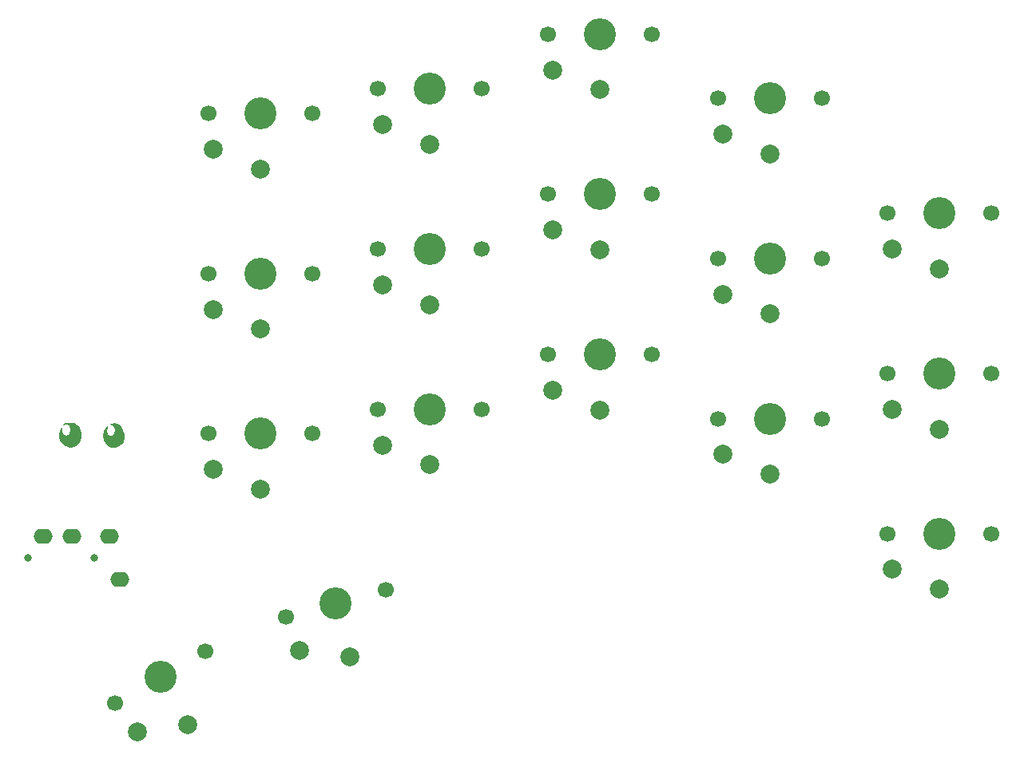
<source format=gbr>
%TF.GenerationSoftware,KiCad,Pcbnew,5.1.9*%
%TF.CreationDate,2021-04-16T22:17:29+02:00*%
%TF.ProjectId,handbrush,68616e64-6272-4757-9368-2e6b69636164,rev?*%
%TF.SameCoordinates,Original*%
%TF.FileFunction,Soldermask,Bot*%
%TF.FilePolarity,Negative*%
%FSLAX46Y46*%
G04 Gerber Fmt 4.6, Leading zero omitted, Abs format (unit mm)*
G04 Created by KiCad (PCBNEW 5.1.9) date 2021-04-16 22:17:29*
%MOMM*%
%LPD*%
G01*
G04 APERTURE LIST*
%ADD10C,0.010000*%
%ADD11C,2.000000*%
%ADD12C,1.700000*%
%ADD13C,3.400000*%
%ADD14O,2.000000X1.600000*%
%ADD15C,0.800000*%
G04 APERTURE END LIST*
D10*
%TO.C,G\u002A\u002A\u002A*%
G36*
X97746647Y-108457029D02*
G01*
X97671350Y-108471719D01*
X97605269Y-108490793D01*
X97462385Y-108535678D01*
X97563600Y-108549386D01*
X97673500Y-108578958D01*
X97766476Y-108637456D01*
X97846351Y-108728157D01*
X97915420Y-108851058D01*
X97941449Y-108911239D01*
X97957702Y-108964756D01*
X97966404Y-109024312D01*
X97969780Y-109102609D01*
X97970176Y-109163616D01*
X97968913Y-109259253D01*
X97963643Y-109328570D01*
X97952142Y-109384281D01*
X97932189Y-109439104D01*
X97915528Y-109476231D01*
X97853414Y-109584945D01*
X97779490Y-109674836D01*
X97700694Y-109738400D01*
X97651810Y-109761506D01*
X97536252Y-109782103D01*
X97428679Y-109768216D01*
X97331207Y-109723992D01*
X97245951Y-109653580D01*
X97175029Y-109561130D01*
X97120554Y-109450789D01*
X97084642Y-109326706D01*
X97069409Y-109193030D01*
X97076972Y-109053909D01*
X97109444Y-108913493D01*
X97158887Y-108794899D01*
X97217769Y-108680182D01*
X97134923Y-108747539D01*
X97082830Y-108803219D01*
X97023789Y-108888016D01*
X96962128Y-108993631D01*
X96902174Y-109111766D01*
X96848256Y-109234124D01*
X96804702Y-109352404D01*
X96785436Y-109417616D01*
X96746908Y-109632739D01*
X96742003Y-109849020D01*
X96769984Y-110059673D01*
X96830114Y-110257909D01*
X96890446Y-110384770D01*
X96951082Y-110479570D01*
X97030148Y-110583917D01*
X97117317Y-110685458D01*
X97202262Y-110771841D01*
X97245324Y-110809240D01*
X97362709Y-110880998D01*
X97503610Y-110931873D01*
X97657099Y-110959438D01*
X97812248Y-110961266D01*
X97887085Y-110951760D01*
X98031774Y-110915185D01*
X98191772Y-110856860D01*
X98354501Y-110782407D01*
X98507379Y-110697448D01*
X98610128Y-110628656D01*
X98725197Y-110520227D01*
X98816287Y-110384146D01*
X98882184Y-110224523D01*
X98921674Y-110045467D01*
X98933544Y-109851088D01*
X98916581Y-109645494D01*
X98910852Y-109610349D01*
X98861856Y-109388426D01*
X98794197Y-109167773D01*
X98714139Y-108968231D01*
X98628870Y-108827996D01*
X98510097Y-108701127D01*
X98362319Y-108591900D01*
X98257910Y-108534820D01*
X98177329Y-108498098D01*
X98111170Y-108475285D01*
X98043100Y-108462383D01*
X97956788Y-108455394D01*
X97927654Y-108453976D01*
X97826372Y-108451767D01*
X97746647Y-108457029D01*
G37*
X97746647Y-108457029D02*
X97671350Y-108471719D01*
X97605269Y-108490793D01*
X97462385Y-108535678D01*
X97563600Y-108549386D01*
X97673500Y-108578958D01*
X97766476Y-108637456D01*
X97846351Y-108728157D01*
X97915420Y-108851058D01*
X97941449Y-108911239D01*
X97957702Y-108964756D01*
X97966404Y-109024312D01*
X97969780Y-109102609D01*
X97970176Y-109163616D01*
X97968913Y-109259253D01*
X97963643Y-109328570D01*
X97952142Y-109384281D01*
X97932189Y-109439104D01*
X97915528Y-109476231D01*
X97853414Y-109584945D01*
X97779490Y-109674836D01*
X97700694Y-109738400D01*
X97651810Y-109761506D01*
X97536252Y-109782103D01*
X97428679Y-109768216D01*
X97331207Y-109723992D01*
X97245951Y-109653580D01*
X97175029Y-109561130D01*
X97120554Y-109450789D01*
X97084642Y-109326706D01*
X97069409Y-109193030D01*
X97076972Y-109053909D01*
X97109444Y-108913493D01*
X97158887Y-108794899D01*
X97217769Y-108680182D01*
X97134923Y-108747539D01*
X97082830Y-108803219D01*
X97023789Y-108888016D01*
X96962128Y-108993631D01*
X96902174Y-109111766D01*
X96848256Y-109234124D01*
X96804702Y-109352404D01*
X96785436Y-109417616D01*
X96746908Y-109632739D01*
X96742003Y-109849020D01*
X96769984Y-110059673D01*
X96830114Y-110257909D01*
X96890446Y-110384770D01*
X96951082Y-110479570D01*
X97030148Y-110583917D01*
X97117317Y-110685458D01*
X97202262Y-110771841D01*
X97245324Y-110809240D01*
X97362709Y-110880998D01*
X97503610Y-110931873D01*
X97657099Y-110959438D01*
X97812248Y-110961266D01*
X97887085Y-110951760D01*
X98031774Y-110915185D01*
X98191772Y-110856860D01*
X98354501Y-110782407D01*
X98507379Y-110697448D01*
X98610128Y-110628656D01*
X98725197Y-110520227D01*
X98816287Y-110384146D01*
X98882184Y-110224523D01*
X98921674Y-110045467D01*
X98933544Y-109851088D01*
X98916581Y-109645494D01*
X98910852Y-109610349D01*
X98861856Y-109388426D01*
X98794197Y-109167773D01*
X98714139Y-108968231D01*
X98628870Y-108827996D01*
X98510097Y-108701127D01*
X98362319Y-108591900D01*
X98257910Y-108534820D01*
X98177329Y-108498098D01*
X98111170Y-108475285D01*
X98043100Y-108462383D01*
X97956788Y-108455394D01*
X97927654Y-108453976D01*
X97826372Y-108451767D01*
X97746647Y-108457029D01*
G36*
X93006037Y-108391886D02*
G01*
X92861077Y-108418198D01*
X92802046Y-108433238D01*
X92777060Y-108442822D01*
X92782090Y-108450298D01*
X92812231Y-108458797D01*
X92944061Y-108510328D01*
X93055076Y-108594382D01*
X93143632Y-108709431D01*
X93193461Y-108812912D01*
X93227066Y-108939129D01*
X93240581Y-109082306D01*
X93233948Y-109227120D01*
X93207108Y-109358250D01*
X93195671Y-109391182D01*
X93145584Y-109490639D01*
X93078006Y-109584335D01*
X93002074Y-109661285D01*
X92931907Y-109708223D01*
X92826524Y-109737737D01*
X92714944Y-109733717D01*
X92606882Y-109698318D01*
X92512056Y-109633694D01*
X92488521Y-109609905D01*
X92422167Y-109526822D01*
X92374976Y-109441639D01*
X92343434Y-109344484D01*
X92324029Y-109225487D01*
X92315824Y-109124539D01*
X92304231Y-108929154D01*
X92241360Y-109085462D01*
X92155754Y-109331029D01*
X92104003Y-109558940D01*
X92086041Y-109770937D01*
X92101800Y-109968760D01*
X92151213Y-110154149D01*
X92195811Y-110257770D01*
X92294866Y-110416084D01*
X92427506Y-110561852D01*
X92589326Y-110691686D01*
X92775921Y-110802199D01*
X92982888Y-110890004D01*
X93043866Y-110910051D01*
X93109182Y-110930175D01*
X93155594Y-110942209D01*
X93195051Y-110946548D01*
X93239499Y-110943590D01*
X93300888Y-110933732D01*
X93371400Y-110920931D01*
X93592662Y-110865988D01*
X93784149Y-110786170D01*
X93946964Y-110680554D01*
X94082209Y-110548216D01*
X94190986Y-110388231D01*
X94274397Y-110199676D01*
X94290690Y-110150308D01*
X94307909Y-110090783D01*
X94320176Y-110035010D01*
X94328287Y-109974525D01*
X94333035Y-109900866D01*
X94335215Y-109805568D01*
X94335620Y-109680169D01*
X94335605Y-109671616D01*
X94335072Y-109548793D01*
X94333315Y-109456533D01*
X94329297Y-109386323D01*
X94321982Y-109329649D01*
X94310335Y-109277997D01*
X94293319Y-109222854D01*
X94274357Y-109168281D01*
X94184447Y-108958033D01*
X94075073Y-108781290D01*
X93945276Y-108637140D01*
X93794098Y-108524668D01*
X93620579Y-108442963D01*
X93466769Y-108399506D01*
X93327745Y-108381275D01*
X93168931Y-108378897D01*
X93006037Y-108391886D01*
G37*
X93006037Y-108391886D02*
X92861077Y-108418198D01*
X92802046Y-108433238D01*
X92777060Y-108442822D01*
X92782090Y-108450298D01*
X92812231Y-108458797D01*
X92944061Y-108510328D01*
X93055076Y-108594382D01*
X93143632Y-108709431D01*
X93193461Y-108812912D01*
X93227066Y-108939129D01*
X93240581Y-109082306D01*
X93233948Y-109227120D01*
X93207108Y-109358250D01*
X93195671Y-109391182D01*
X93145584Y-109490639D01*
X93078006Y-109584335D01*
X93002074Y-109661285D01*
X92931907Y-109708223D01*
X92826524Y-109737737D01*
X92714944Y-109733717D01*
X92606882Y-109698318D01*
X92512056Y-109633694D01*
X92488521Y-109609905D01*
X92422167Y-109526822D01*
X92374976Y-109441639D01*
X92343434Y-109344484D01*
X92324029Y-109225487D01*
X92315824Y-109124539D01*
X92304231Y-108929154D01*
X92241360Y-109085462D01*
X92155754Y-109331029D01*
X92104003Y-109558940D01*
X92086041Y-109770937D01*
X92101800Y-109968760D01*
X92151213Y-110154149D01*
X92195811Y-110257770D01*
X92294866Y-110416084D01*
X92427506Y-110561852D01*
X92589326Y-110691686D01*
X92775921Y-110802199D01*
X92982888Y-110890004D01*
X93043866Y-110910051D01*
X93109182Y-110930175D01*
X93155594Y-110942209D01*
X93195051Y-110946548D01*
X93239499Y-110943590D01*
X93300888Y-110933732D01*
X93371400Y-110920931D01*
X93592662Y-110865988D01*
X93784149Y-110786170D01*
X93946964Y-110680554D01*
X94082209Y-110548216D01*
X94190986Y-110388231D01*
X94274397Y-110199676D01*
X94290690Y-110150308D01*
X94307909Y-110090783D01*
X94320176Y-110035010D01*
X94328287Y-109974525D01*
X94333035Y-109900866D01*
X94335215Y-109805568D01*
X94335620Y-109680169D01*
X94335605Y-109671616D01*
X94335072Y-109548793D01*
X94333315Y-109456533D01*
X94329297Y-109386323D01*
X94321982Y-109329649D01*
X94310335Y-109277997D01*
X94293319Y-109222854D01*
X94274357Y-109168281D01*
X94184447Y-108958033D01*
X94075073Y-108781290D01*
X93945276Y-108637140D01*
X93794098Y-108524668D01*
X93620579Y-108442963D01*
X93466769Y-108399506D01*
X93327745Y-108381275D01*
X93168931Y-108378897D01*
X93006037Y-108391886D01*
G36*
X92314000Y-108909616D02*
G01*
X92323769Y-108919385D01*
X92333539Y-108909616D01*
X92323769Y-108899847D01*
X92314000Y-108909616D01*
G37*
X92314000Y-108909616D02*
X92323769Y-108919385D01*
X92333539Y-108909616D01*
X92323769Y-108899847D01*
X92314000Y-108909616D01*
G36*
X92565036Y-108503174D02*
G01*
X92548462Y-108518847D01*
X92531770Y-108543902D01*
X92543148Y-108543624D01*
X92578920Y-108519468D01*
X92599712Y-108498082D01*
X92594816Y-108490160D01*
X92565036Y-108503174D01*
G37*
X92565036Y-108503174D02*
X92548462Y-108518847D01*
X92531770Y-108543902D01*
X92543148Y-108543624D01*
X92578920Y-108519468D01*
X92599712Y-108498082D01*
X92594816Y-108490160D01*
X92565036Y-108503174D01*
G36*
X92626616Y-108479770D02*
G01*
X92636385Y-108489539D01*
X92646154Y-108479770D01*
X92636385Y-108470000D01*
X92626616Y-108479770D01*
G37*
X92626616Y-108479770D02*
X92636385Y-108489539D01*
X92646154Y-108479770D01*
X92636385Y-108470000D01*
X92626616Y-108479770D01*
G36*
X92690523Y-108458196D02*
G01*
X92696350Y-108467076D01*
X92716167Y-108468458D01*
X92737015Y-108463686D01*
X92727971Y-108456653D01*
X92697435Y-108454324D01*
X92690523Y-108458196D01*
G37*
X92690523Y-108458196D02*
X92696350Y-108467076D01*
X92716167Y-108468458D01*
X92737015Y-108463686D01*
X92727971Y-108456653D01*
X92697435Y-108454324D01*
X92690523Y-108458196D01*
%TD*%
D11*
%TO.C,MX4*%
X167390000Y-79850000D03*
X162390000Y-77750000D03*
D12*
X161890000Y-73950000D03*
X172890000Y-73950000D03*
D13*
X167390000Y-73950000D03*
%TD*%
D11*
%TO.C,MX17*%
X105740000Y-140459550D03*
X100359873Y-141140897D03*
D12*
X98026860Y-138100000D03*
X107553140Y-132600000D03*
D13*
X102790000Y-135350000D03*
%TD*%
D11*
%TO.C,MX16*%
X113390000Y-115450000D03*
X108390000Y-113350000D03*
D12*
X107890000Y-109550000D03*
X118890000Y-109550000D03*
D13*
X113390000Y-109550000D03*
%TD*%
D11*
%TO.C,MX15*%
X113390000Y-98450000D03*
X108390000Y-96350000D03*
D12*
X107890000Y-92550000D03*
X118890000Y-92550000D03*
D13*
X113390000Y-92550000D03*
%TD*%
D11*
%TO.C,MX14*%
X113390000Y-81450000D03*
X108390000Y-79350000D03*
D12*
X107890000Y-75550000D03*
X118890000Y-75550000D03*
D13*
X113390000Y-75550000D03*
%TD*%
D11*
%TO.C,MX13*%
X122917032Y-133248962D03*
X117543883Y-132514613D03*
D12*
X116077408Y-128973505D03*
X126702592Y-126126495D03*
D13*
X121390000Y-127550000D03*
%TD*%
D11*
%TO.C,MX12*%
X131390000Y-112850000D03*
X126390000Y-110750000D03*
D12*
X125890000Y-106950000D03*
X136890000Y-106950000D03*
D13*
X131390000Y-106950000D03*
%TD*%
D11*
%TO.C,MX11*%
X131390000Y-95850000D03*
X126390000Y-93750000D03*
D12*
X125890000Y-89950000D03*
X136890000Y-89950000D03*
D13*
X131390000Y-89950000D03*
%TD*%
D11*
%TO.C,MX10*%
X131390000Y-78850000D03*
X126390000Y-76750000D03*
D12*
X125890000Y-72950000D03*
X136890000Y-72950000D03*
D13*
X131390000Y-72950000D03*
%TD*%
D11*
%TO.C,MX9*%
X149390000Y-107050000D03*
X144390000Y-104950000D03*
D12*
X143890000Y-101150000D03*
X154890000Y-101150000D03*
D13*
X149390000Y-101150000D03*
%TD*%
D11*
%TO.C,MX8*%
X149390000Y-90050000D03*
X144390000Y-87950000D03*
D12*
X143890000Y-84150000D03*
X154890000Y-84150000D03*
D13*
X149390000Y-84150000D03*
%TD*%
D11*
%TO.C,MX7*%
X149390000Y-73050000D03*
X144390000Y-70950000D03*
D12*
X143890000Y-67150000D03*
X154890000Y-67150000D03*
D13*
X149390000Y-67150000D03*
%TD*%
D11*
%TO.C,MX6*%
X167390000Y-113850000D03*
X162390000Y-111750000D03*
D12*
X161890000Y-107950000D03*
X172890000Y-107950000D03*
D13*
X167390000Y-107950000D03*
%TD*%
D11*
%TO.C,MX5*%
X167390000Y-96850000D03*
X162390000Y-94750000D03*
D12*
X161890000Y-90950000D03*
X172890000Y-90950000D03*
D13*
X167390000Y-90950000D03*
%TD*%
D11*
%TO.C,MX3*%
X185390000Y-126050000D03*
X180390000Y-123950000D03*
D12*
X179890000Y-120150000D03*
X190890000Y-120150000D03*
D13*
X185390000Y-120150000D03*
%TD*%
D11*
%TO.C,MX2*%
X185390000Y-109050000D03*
X180390000Y-106950000D03*
D12*
X179890000Y-103150000D03*
X190890000Y-103150000D03*
D13*
X185390000Y-103150000D03*
%TD*%
D11*
%TO.C,MX1*%
X185390000Y-92050000D03*
X180390000Y-89950000D03*
D12*
X179890000Y-86150000D03*
X190890000Y-86150000D03*
D13*
X185390000Y-86150000D03*
%TD*%
D14*
%TO.C,J1*%
X93390000Y-120450000D03*
D15*
X88790000Y-122750000D03*
X95790000Y-122750000D03*
D14*
X90390000Y-120450000D03*
X97390000Y-120450000D03*
X98490000Y-125050000D03*
%TD*%
M02*

</source>
